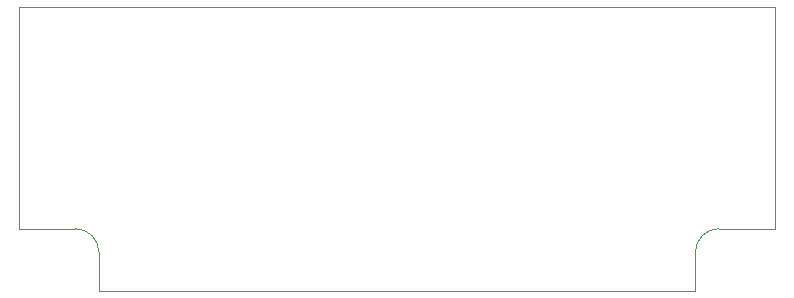
<source format=gm1>
%TF.GenerationSoftware,KiCad,Pcbnew,5.1.6*%
%TF.CreationDate,2020-09-16T21:40:07+02:00*%
%TF.ProjectId,HumbuckerAmplifier,48756d62-7563-46b6-9572-416d706c6966,rev?*%
%TF.SameCoordinates,PX6183610PY5204180*%
%TF.FileFunction,Profile,NP*%
%FSLAX46Y46*%
G04 Gerber Fmt 4.6, Leading zero omitted, Abs format (unit mm)*
G04 Created by KiCad (PCBNEW 5.1.6) date 2020-09-16 21:40:07*
%MOMM*%
%LPD*%
G01*
G04 APERTURE LIST*
%TA.AperFunction,Profile*%
%ADD10C,0.050000*%
%TD*%
G04 APERTURE END LIST*
D10*
X54750000Y24000000D02*
X64000000Y24000000D01*
X9250001Y24000001D02*
X0Y24000000D01*
X9250001Y24000001D02*
X32000000Y24000000D01*
X32000000Y24000000D02*
X54750000Y24000000D01*
X59250000Y5250000D02*
G75*
G03*
X57250000Y3250000I0J-2000000D01*
G01*
X57250000Y3250000D02*
X57250000Y0D01*
X64000000Y5250000D02*
X59250000Y5250000D01*
X6750000Y3250000D02*
G75*
G03*
X4750000Y5250000I-2000000J0D01*
G01*
X6750000Y3250000D02*
X6750000Y0D01*
X0Y5250000D02*
X4750000Y5250000D01*
X64000000Y5250000D02*
X64000000Y24000000D01*
X0Y5250000D02*
X0Y24000000D01*
X57250000Y0D02*
X6750000Y0D01*
M02*

</source>
